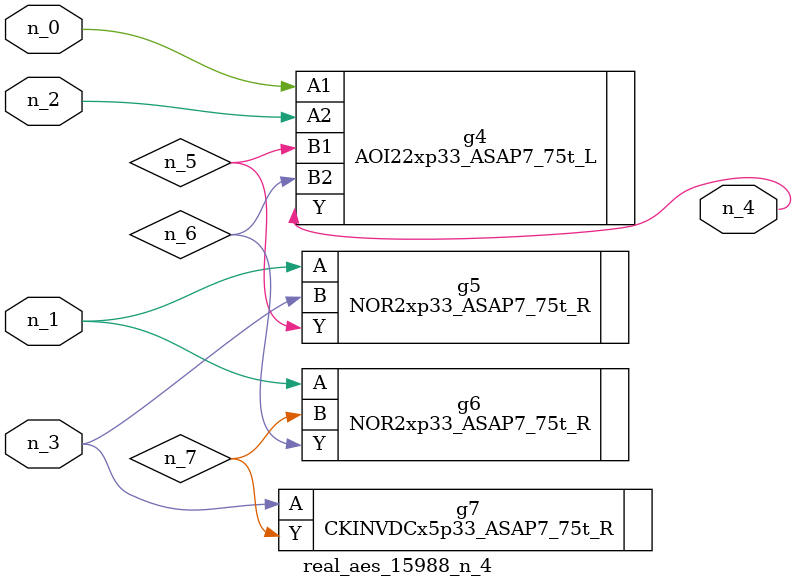
<source format=v>
module real_aes_15988_n_4 (n_0, n_3, n_2, n_1, n_4);
input n_0;
input n_3;
input n_2;
input n_1;
output n_4;
wire n_5;
wire n_7;
wire n_6;
AOI22xp33_ASAP7_75t_L g4 ( .A1(n_0), .A2(n_2), .B1(n_5), .B2(n_6), .Y(n_4) );
NOR2xp33_ASAP7_75t_R g5 ( .A(n_1), .B(n_3), .Y(n_5) );
NOR2xp33_ASAP7_75t_R g6 ( .A(n_1), .B(n_7), .Y(n_6) );
CKINVDCx5p33_ASAP7_75t_R g7 ( .A(n_3), .Y(n_7) );
endmodule
</source>
